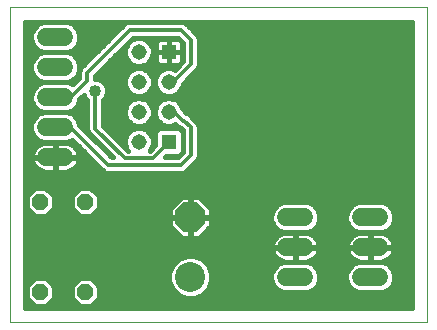
<source format=gbl>
G75*
%MOIN*%
%OFA0B0*%
%FSLAX25Y25*%
%IPPOS*%
%LPD*%
%AMOC8*
5,1,8,0,0,1.08239X$1,22.5*
%
%ADD10C,0.00000*%
%ADD11C,0.10000*%
%ADD12OC8,0.10000*%
%ADD13C,0.06000*%
%ADD14OC8,0.05200*%
%ADD15R,0.05150X0.05150*%
%ADD16C,0.05150*%
%ADD17C,0.01600*%
%ADD18C,0.01200*%
%ADD19C,0.04000*%
D10*
X0001800Y0004102D02*
X0001800Y0109063D01*
X0140501Y0109063D01*
X0140501Y0004102D01*
X0001800Y0004102D01*
D11*
X0061800Y0019102D03*
D12*
X0061800Y0039102D03*
D13*
X0093800Y0039102D02*
X0099800Y0039102D01*
X0099800Y0029102D02*
X0093800Y0029102D01*
X0093800Y0019102D02*
X0099800Y0019102D01*
X0118800Y0019102D02*
X0124800Y0019102D01*
X0124800Y0029102D02*
X0118800Y0029102D01*
X0118800Y0039102D02*
X0124800Y0039102D01*
X0019800Y0059102D02*
X0013800Y0059102D01*
X0013800Y0069102D02*
X0019800Y0069102D01*
X0019800Y0079102D02*
X0013800Y0079102D01*
X0013800Y0089102D02*
X0019800Y0089102D01*
X0019800Y0099102D02*
X0013800Y0099102D01*
D14*
X0011800Y0044102D03*
X0026800Y0044102D03*
X0026800Y0014102D03*
X0011800Y0014102D03*
D15*
X0054605Y0064161D03*
X0054605Y0094161D03*
D16*
X0044605Y0094161D03*
X0044605Y0084161D03*
X0054605Y0084161D03*
X0054605Y0074161D03*
X0044605Y0074161D03*
X0044605Y0064161D03*
D17*
X0048166Y0061252D02*
X0048483Y0061570D01*
X0049180Y0063251D01*
X0049180Y0065071D01*
X0048483Y0066753D01*
X0047197Y0068039D01*
X0045515Y0068736D01*
X0043695Y0068736D01*
X0042014Y0068039D01*
X0040727Y0066753D01*
X0040030Y0065071D01*
X0040030Y0063251D01*
X0040727Y0061570D01*
X0041044Y0061252D01*
X0041027Y0061252D01*
X0032650Y0069629D01*
X0032650Y0078145D01*
X0033441Y0078936D01*
X0034050Y0080406D01*
X0034050Y0081998D01*
X0033441Y0083468D01*
X0032316Y0084593D01*
X0030846Y0085202D01*
X0029900Y0085202D01*
X0029900Y0086175D01*
X0042677Y0098952D01*
X0057573Y0098952D01*
X0059350Y0097175D01*
X0059350Y0091079D01*
X0056570Y0088299D01*
X0055515Y0088736D01*
X0053695Y0088736D01*
X0052014Y0088039D01*
X0050727Y0086753D01*
X0050030Y0085071D01*
X0050030Y0083251D01*
X0050727Y0081570D01*
X0052014Y0080283D01*
X0053695Y0079586D01*
X0055515Y0079586D01*
X0057197Y0080283D01*
X0058483Y0081570D01*
X0059180Y0083251D01*
X0059180Y0083555D01*
X0063423Y0087798D01*
X0064154Y0088529D01*
X0064550Y0089485D01*
X0064550Y0098769D01*
X0064154Y0099725D01*
X0060854Y0103025D01*
X0060123Y0103756D01*
X0059167Y0104152D01*
X0041083Y0104152D01*
X0040127Y0103756D01*
X0025827Y0089456D01*
X0025096Y0088725D01*
X0024700Y0087769D01*
X0024700Y0085579D01*
X0022512Y0083391D01*
X0020795Y0084102D01*
X0012805Y0084102D01*
X0010968Y0083341D01*
X0009561Y0081934D01*
X0008800Y0080097D01*
X0008800Y0078107D01*
X0009561Y0076270D01*
X0010968Y0074863D01*
X0012805Y0074102D01*
X0010968Y0073341D01*
X0009561Y0071934D01*
X0008800Y0070097D01*
X0008800Y0068107D01*
X0009561Y0066270D01*
X0010968Y0064863D01*
X0012805Y0064102D01*
X0020795Y0064102D01*
X0022441Y0064784D01*
X0032977Y0054248D01*
X0033933Y0053852D01*
X0059167Y0053852D01*
X0060123Y0054248D01*
X0060854Y0054979D01*
X0064154Y0058279D01*
X0064550Y0059235D01*
X0064550Y0069619D01*
X0064154Y0070575D01*
X0063423Y0071306D01*
X0061223Y0073506D01*
X0060284Y0073895D01*
X0059180Y0074999D01*
X0059180Y0075071D01*
X0058483Y0076753D01*
X0057197Y0078039D01*
X0055515Y0078736D01*
X0053695Y0078736D01*
X0052014Y0078039D01*
X0050727Y0076753D01*
X0050030Y0075071D01*
X0050030Y0073251D01*
X0050727Y0071570D01*
X0052014Y0070283D01*
X0053695Y0069586D01*
X0055515Y0069586D01*
X0056734Y0070091D01*
X0056996Y0069829D01*
X0057727Y0069098D01*
X0058666Y0068709D01*
X0059350Y0068025D01*
X0059350Y0060829D01*
X0057573Y0059052D01*
X0053377Y0059052D01*
X0053911Y0059586D01*
X0058008Y0059586D01*
X0059180Y0060758D01*
X0059180Y0067564D01*
X0058008Y0068736D01*
X0051202Y0068736D01*
X0050030Y0067564D01*
X0050030Y0063059D01*
X0048223Y0061252D01*
X0048166Y0061252D01*
X0048932Y0062652D02*
X0049623Y0062652D01*
X0050030Y0064250D02*
X0049180Y0064250D01*
X0048858Y0065849D02*
X0050030Y0065849D01*
X0050030Y0067448D02*
X0047788Y0067448D01*
X0047197Y0070283D02*
X0045515Y0069586D01*
X0043695Y0069586D01*
X0042014Y0070283D01*
X0040727Y0071570D01*
X0040030Y0073251D01*
X0040030Y0075071D01*
X0040727Y0076753D01*
X0042014Y0078039D01*
X0043695Y0078736D01*
X0045515Y0078736D01*
X0047197Y0078039D01*
X0048483Y0076753D01*
X0049180Y0075071D01*
X0049180Y0073251D01*
X0048483Y0071570D01*
X0047197Y0070283D01*
X0047558Y0070645D02*
X0051652Y0070645D01*
X0050448Y0072243D02*
X0048762Y0072243D01*
X0049180Y0073842D02*
X0050030Y0073842D01*
X0050183Y0075440D02*
X0049027Y0075440D01*
X0048197Y0077039D02*
X0051013Y0077039D01*
X0053457Y0078637D02*
X0045754Y0078637D01*
X0045515Y0079586D02*
X0047197Y0080283D01*
X0048483Y0081570D01*
X0049180Y0083251D01*
X0049180Y0085071D01*
X0048483Y0086753D01*
X0047197Y0088039D01*
X0045515Y0088736D01*
X0043695Y0088736D01*
X0042014Y0088039D01*
X0040727Y0086753D01*
X0040030Y0085071D01*
X0040030Y0083251D01*
X0040727Y0081570D01*
X0042014Y0080283D01*
X0043695Y0079586D01*
X0045515Y0079586D01*
X0047083Y0080236D02*
X0052128Y0080236D01*
X0050617Y0081834D02*
X0048593Y0081834D01*
X0049180Y0083433D02*
X0050030Y0083433D01*
X0050030Y0085031D02*
X0049180Y0085031D01*
X0048534Y0086630D02*
X0050676Y0086630D01*
X0052469Y0088228D02*
X0046741Y0088228D01*
X0046095Y0089827D02*
X0051643Y0089827D01*
X0051793Y0089786D02*
X0054605Y0089786D01*
X0054605Y0094161D01*
X0050230Y0094161D01*
X0050230Y0091349D01*
X0050353Y0090892D01*
X0050590Y0090481D01*
X0050925Y0090146D01*
X0051336Y0089909D01*
X0051793Y0089786D01*
X0050230Y0091425D02*
X0048339Y0091425D01*
X0048483Y0091570D02*
X0049180Y0093251D01*
X0049180Y0095071D01*
X0048483Y0096753D01*
X0047197Y0098039D01*
X0045515Y0098736D01*
X0043695Y0098736D01*
X0042014Y0098039D01*
X0040727Y0096753D01*
X0040030Y0095071D01*
X0040030Y0093251D01*
X0040727Y0091570D01*
X0042014Y0090283D01*
X0043695Y0089586D01*
X0045515Y0089586D01*
X0047197Y0090283D01*
X0048483Y0091570D01*
X0049086Y0093024D02*
X0050230Y0093024D01*
X0050230Y0094161D02*
X0054605Y0094161D01*
X0054605Y0094161D01*
X0054605Y0094161D01*
X0054605Y0089786D01*
X0057417Y0089786D01*
X0057875Y0089909D01*
X0058285Y0090146D01*
X0058620Y0090481D01*
X0058857Y0090892D01*
X0058980Y0091349D01*
X0058980Y0094161D01*
X0054605Y0094161D01*
X0054605Y0098536D01*
X0051793Y0098536D01*
X0051336Y0098413D01*
X0050925Y0098176D01*
X0050590Y0097841D01*
X0050353Y0097431D01*
X0050230Y0096973D01*
X0050230Y0094161D01*
X0050230Y0094622D02*
X0049180Y0094622D01*
X0048704Y0096221D02*
X0050230Y0096221D01*
X0050577Y0097819D02*
X0047417Y0097819D01*
X0041793Y0097819D02*
X0041544Y0097819D01*
X0040506Y0096221D02*
X0039946Y0096221D01*
X0040030Y0094622D02*
X0038347Y0094622D01*
X0036749Y0093024D02*
X0040125Y0093024D01*
X0040871Y0091425D02*
X0035150Y0091425D01*
X0033552Y0089827D02*
X0043115Y0089827D01*
X0042469Y0088228D02*
X0031953Y0088228D01*
X0030355Y0086630D02*
X0040676Y0086630D01*
X0040030Y0085031D02*
X0031258Y0085031D01*
X0033456Y0083433D02*
X0040030Y0083433D01*
X0040617Y0081834D02*
X0034050Y0081834D01*
X0033979Y0080236D02*
X0042128Y0080236D01*
X0043457Y0078637D02*
X0033142Y0078637D01*
X0032650Y0077039D02*
X0041013Y0077039D01*
X0040183Y0075440D02*
X0032650Y0075440D01*
X0032650Y0073842D02*
X0040030Y0073842D01*
X0040448Y0072243D02*
X0032650Y0072243D01*
X0032650Y0070645D02*
X0041652Y0070645D01*
X0041422Y0067448D02*
X0034831Y0067448D01*
X0036430Y0065849D02*
X0040353Y0065849D01*
X0040030Y0064250D02*
X0038029Y0064250D01*
X0039627Y0062652D02*
X0040278Y0062652D01*
X0035873Y0059052D02*
X0035527Y0059052D01*
X0024800Y0069779D01*
X0024800Y0070097D01*
X0024039Y0071934D01*
X0022632Y0073341D01*
X0020795Y0074102D01*
X0012805Y0074102D01*
X0020795Y0074102D01*
X0022632Y0074863D01*
X0024039Y0076270D01*
X0024800Y0078107D01*
X0024800Y0078325D01*
X0026293Y0079819D01*
X0026659Y0078936D01*
X0027450Y0078145D01*
X0027450Y0068035D01*
X0027846Y0067079D01*
X0028577Y0066348D01*
X0028577Y0066348D01*
X0035873Y0059052D01*
X0035470Y0059455D02*
X0035124Y0059455D01*
X0033872Y0061053D02*
X0033526Y0061053D01*
X0032273Y0062652D02*
X0031927Y0062652D01*
X0030675Y0064250D02*
X0030329Y0064250D01*
X0029076Y0065849D02*
X0028730Y0065849D01*
X0027693Y0067448D02*
X0027131Y0067448D01*
X0027450Y0069046D02*
X0025533Y0069046D01*
X0024573Y0070645D02*
X0027450Y0070645D01*
X0027450Y0072243D02*
X0023730Y0072243D01*
X0021423Y0073842D02*
X0027450Y0073842D01*
X0027450Y0075440D02*
X0023209Y0075440D01*
X0024357Y0077039D02*
X0027450Y0077039D01*
X0026958Y0078637D02*
X0025112Y0078637D01*
X0022554Y0083433D02*
X0022411Y0083433D01*
X0022632Y0084863D02*
X0024039Y0086270D01*
X0024800Y0088107D01*
X0024800Y0090097D01*
X0024039Y0091934D01*
X0022632Y0093341D01*
X0020795Y0094102D01*
X0012805Y0094102D01*
X0010968Y0093341D01*
X0009561Y0091934D01*
X0008800Y0090097D01*
X0008800Y0088107D01*
X0009561Y0086270D01*
X0010968Y0084863D01*
X0012805Y0084102D01*
X0020795Y0084102D01*
X0022632Y0084863D01*
X0022800Y0085031D02*
X0024152Y0085031D01*
X0024188Y0086630D02*
X0024700Y0086630D01*
X0024800Y0088228D02*
X0024890Y0088228D01*
X0024800Y0089827D02*
X0026198Y0089827D01*
X0027796Y0091425D02*
X0024250Y0091425D01*
X0022949Y0093024D02*
X0029395Y0093024D01*
X0030993Y0094622D02*
X0022050Y0094622D01*
X0022632Y0094863D02*
X0020795Y0094102D01*
X0012805Y0094102D01*
X0010968Y0094863D01*
X0009561Y0096270D01*
X0008800Y0098107D01*
X0008800Y0100097D01*
X0009561Y0101934D01*
X0010968Y0103341D01*
X0012805Y0104102D01*
X0020795Y0104102D01*
X0022632Y0103341D01*
X0024039Y0101934D01*
X0024800Y0100097D01*
X0024800Y0098107D01*
X0024039Y0096270D01*
X0022632Y0094863D01*
X0023990Y0096221D02*
X0032592Y0096221D01*
X0034190Y0097819D02*
X0024681Y0097819D01*
X0024800Y0099418D02*
X0035789Y0099418D01*
X0037387Y0101016D02*
X0024419Y0101016D01*
X0023358Y0102615D02*
X0038986Y0102615D01*
X0054605Y0098536D02*
X0054605Y0094161D01*
X0054605Y0094161D01*
X0054605Y0094161D01*
X0058980Y0094161D01*
X0058980Y0096973D01*
X0058857Y0097431D01*
X0058620Y0097841D01*
X0058285Y0098176D01*
X0057875Y0098413D01*
X0057417Y0098536D01*
X0054605Y0098536D01*
X0054605Y0097819D02*
X0054605Y0097819D01*
X0054605Y0096221D02*
X0054605Y0096221D01*
X0054605Y0094622D02*
X0054605Y0094622D01*
X0054605Y0093024D02*
X0054605Y0093024D01*
X0054605Y0091425D02*
X0054605Y0091425D01*
X0054605Y0089827D02*
X0054605Y0089827D01*
X0057567Y0089827D02*
X0058098Y0089827D01*
X0058980Y0091425D02*
X0059350Y0091425D01*
X0059350Y0093024D02*
X0058980Y0093024D01*
X0058980Y0094622D02*
X0059350Y0094622D01*
X0059350Y0096221D02*
X0058980Y0096221D01*
X0058706Y0097819D02*
X0058633Y0097819D01*
X0062863Y0101016D02*
X0135701Y0101016D01*
X0135701Y0102615D02*
X0061264Y0102615D01*
X0064281Y0099418D02*
X0135701Y0099418D01*
X0135701Y0097819D02*
X0064550Y0097819D01*
X0064550Y0096221D02*
X0135701Y0096221D01*
X0135701Y0094622D02*
X0064550Y0094622D01*
X0064550Y0093024D02*
X0135701Y0093024D01*
X0135701Y0091425D02*
X0064550Y0091425D01*
X0064550Y0089827D02*
X0135701Y0089827D01*
X0135701Y0088228D02*
X0063853Y0088228D01*
X0062255Y0086630D02*
X0135701Y0086630D01*
X0135701Y0085031D02*
X0060656Y0085031D01*
X0059180Y0083433D02*
X0135701Y0083433D01*
X0135701Y0081834D02*
X0058593Y0081834D01*
X0057083Y0080236D02*
X0135701Y0080236D01*
X0135701Y0078637D02*
X0055754Y0078637D01*
X0058197Y0077039D02*
X0135701Y0077039D01*
X0135701Y0075440D02*
X0059027Y0075440D01*
X0060413Y0073842D02*
X0135701Y0073842D01*
X0135701Y0072243D02*
X0062486Y0072243D01*
X0064084Y0070645D02*
X0135701Y0070645D01*
X0135701Y0069046D02*
X0064550Y0069046D01*
X0064550Y0067448D02*
X0135701Y0067448D01*
X0135701Y0065849D02*
X0064550Y0065849D01*
X0064550Y0064250D02*
X0135701Y0064250D01*
X0135701Y0062652D02*
X0064550Y0062652D01*
X0064550Y0061053D02*
X0135701Y0061053D01*
X0135701Y0059455D02*
X0064550Y0059455D01*
X0063731Y0057856D02*
X0135701Y0057856D01*
X0135701Y0056258D02*
X0062133Y0056258D01*
X0060534Y0054659D02*
X0135701Y0054659D01*
X0135701Y0053061D02*
X0006600Y0053061D01*
X0006600Y0051462D02*
X0135701Y0051462D01*
X0135701Y0049864D02*
X0006600Y0049864D01*
X0006600Y0048265D02*
X0009458Y0048265D01*
X0009895Y0048702D02*
X0007200Y0046007D01*
X0007200Y0042197D01*
X0009895Y0039502D01*
X0013705Y0039502D01*
X0016400Y0042197D01*
X0016400Y0046007D01*
X0013705Y0048702D01*
X0009895Y0048702D01*
X0007859Y0046667D02*
X0006600Y0046667D01*
X0006600Y0045068D02*
X0007200Y0045068D01*
X0007200Y0043470D02*
X0006600Y0043470D01*
X0006600Y0041871D02*
X0007525Y0041871D01*
X0006600Y0040273D02*
X0009124Y0040273D01*
X0006600Y0038674D02*
X0055000Y0038674D01*
X0055000Y0038902D02*
X0055000Y0036285D01*
X0058983Y0032302D01*
X0061600Y0032302D01*
X0061600Y0038902D01*
X0062000Y0038902D01*
X0062000Y0032302D01*
X0064617Y0032302D01*
X0068600Y0036285D01*
X0068600Y0038902D01*
X0062000Y0038902D01*
X0062000Y0039302D01*
X0068600Y0039302D01*
X0068600Y0041919D01*
X0064617Y0045902D01*
X0062000Y0045902D01*
X0062000Y0039302D01*
X0061600Y0039302D01*
X0061600Y0038902D01*
X0055000Y0038902D01*
X0055000Y0039302D02*
X0061600Y0039302D01*
X0061600Y0045902D01*
X0058983Y0045902D01*
X0055000Y0041919D01*
X0055000Y0039302D01*
X0055000Y0040273D02*
X0029476Y0040273D01*
X0028705Y0039502D02*
X0031400Y0042197D01*
X0031400Y0046007D01*
X0028705Y0048702D01*
X0024895Y0048702D01*
X0022200Y0046007D01*
X0022200Y0042197D01*
X0024895Y0039502D01*
X0028705Y0039502D01*
X0031075Y0041871D02*
X0055000Y0041871D01*
X0056551Y0043470D02*
X0031400Y0043470D01*
X0031400Y0045068D02*
X0058150Y0045068D01*
X0061600Y0045068D02*
X0062000Y0045068D01*
X0062000Y0043470D02*
X0061600Y0043470D01*
X0061600Y0041871D02*
X0062000Y0041871D01*
X0062000Y0040273D02*
X0061600Y0040273D01*
X0061600Y0038674D02*
X0062000Y0038674D01*
X0062000Y0037076D02*
X0061600Y0037076D01*
X0061600Y0035477D02*
X0062000Y0035477D01*
X0062000Y0033879D02*
X0061600Y0033879D01*
X0057407Y0033879D02*
X0006600Y0033879D01*
X0006600Y0035477D02*
X0055808Y0035477D01*
X0055000Y0037076D02*
X0006600Y0037076D01*
X0006600Y0032280D02*
X0090190Y0032280D01*
X0090139Y0032229D02*
X0089695Y0031618D01*
X0089352Y0030945D01*
X0089118Y0030226D01*
X0089000Y0029480D01*
X0089000Y0029302D01*
X0096600Y0029302D01*
X0096600Y0028902D01*
X0097000Y0028902D01*
X0097000Y0024302D01*
X0100178Y0024302D01*
X0100924Y0024420D01*
X0101643Y0024654D01*
X0102316Y0024997D01*
X0102927Y0025441D01*
X0103461Y0025975D01*
X0103905Y0026586D01*
X0104248Y0027259D01*
X0104482Y0027978D01*
X0104600Y0028724D01*
X0104600Y0028902D01*
X0097000Y0028902D01*
X0097000Y0029302D01*
X0104600Y0029302D01*
X0104600Y0029480D01*
X0104482Y0030226D01*
X0104248Y0030945D01*
X0103905Y0031618D01*
X0103461Y0032229D01*
X0102927Y0032763D01*
X0102316Y0033207D01*
X0101643Y0033550D01*
X0100924Y0033784D01*
X0100178Y0033902D01*
X0097000Y0033902D01*
X0097000Y0029302D01*
X0096600Y0029302D01*
X0096600Y0033902D01*
X0093422Y0033902D01*
X0092676Y0033784D01*
X0091957Y0033550D01*
X0091284Y0033207D01*
X0090673Y0032763D01*
X0090139Y0032229D01*
X0090968Y0034863D02*
X0092805Y0034102D01*
X0100795Y0034102D01*
X0102632Y0034863D01*
X0104039Y0036270D01*
X0104800Y0038107D01*
X0104800Y0040097D01*
X0104039Y0041934D01*
X0102632Y0043341D01*
X0100795Y0044102D01*
X0092805Y0044102D01*
X0090968Y0043341D01*
X0089561Y0041934D01*
X0088800Y0040097D01*
X0088800Y0038107D01*
X0089561Y0036270D01*
X0090968Y0034863D01*
X0090354Y0035477D02*
X0067792Y0035477D01*
X0066193Y0033879D02*
X0093275Y0033879D01*
X0096600Y0033879D02*
X0097000Y0033879D01*
X0097000Y0032280D02*
X0096600Y0032280D01*
X0096600Y0030682D02*
X0097000Y0030682D01*
X0097000Y0029083D02*
X0121600Y0029083D01*
X0121600Y0028902D02*
X0114000Y0028902D01*
X0114000Y0028724D01*
X0114118Y0027978D01*
X0114352Y0027259D01*
X0114695Y0026586D01*
X0115139Y0025975D01*
X0115673Y0025441D01*
X0116284Y0024997D01*
X0116957Y0024654D01*
X0117676Y0024420D01*
X0118422Y0024302D01*
X0121600Y0024302D01*
X0121600Y0028902D01*
X0122000Y0028902D01*
X0122000Y0024302D01*
X0125178Y0024302D01*
X0125924Y0024420D01*
X0126643Y0024654D01*
X0127316Y0024997D01*
X0127927Y0025441D01*
X0128461Y0025975D01*
X0128905Y0026586D01*
X0129248Y0027259D01*
X0129482Y0027978D01*
X0129600Y0028724D01*
X0129600Y0028902D01*
X0122000Y0028902D01*
X0122000Y0029302D01*
X0129600Y0029302D01*
X0129600Y0029480D01*
X0129482Y0030226D01*
X0129248Y0030945D01*
X0128905Y0031618D01*
X0128461Y0032229D01*
X0127927Y0032763D01*
X0127316Y0033207D01*
X0126643Y0033550D01*
X0125924Y0033784D01*
X0125178Y0033902D01*
X0122000Y0033902D01*
X0122000Y0029302D01*
X0121600Y0029302D01*
X0121600Y0028902D01*
X0121600Y0029302D02*
X0114000Y0029302D01*
X0114000Y0029480D01*
X0114118Y0030226D01*
X0114352Y0030945D01*
X0114695Y0031618D01*
X0115139Y0032229D01*
X0115673Y0032763D01*
X0116284Y0033207D01*
X0116957Y0033550D01*
X0117676Y0033784D01*
X0118422Y0033902D01*
X0121600Y0033902D01*
X0121600Y0029302D01*
X0122000Y0029083D02*
X0135701Y0029083D01*
X0135701Y0030682D02*
X0129334Y0030682D01*
X0128410Y0032280D02*
X0135701Y0032280D01*
X0135701Y0033879D02*
X0125325Y0033879D01*
X0125795Y0034102D02*
X0127632Y0034863D01*
X0129039Y0036270D01*
X0129800Y0038107D01*
X0129800Y0040097D01*
X0129039Y0041934D01*
X0127632Y0043341D01*
X0125795Y0044102D01*
X0117805Y0044102D01*
X0115968Y0043341D01*
X0114561Y0041934D01*
X0113800Y0040097D01*
X0113800Y0038107D01*
X0114561Y0036270D01*
X0115968Y0034863D01*
X0117805Y0034102D01*
X0125795Y0034102D01*
X0128246Y0035477D02*
X0135701Y0035477D01*
X0135701Y0037076D02*
X0129373Y0037076D01*
X0129800Y0038674D02*
X0135701Y0038674D01*
X0135701Y0040273D02*
X0129727Y0040273D01*
X0129065Y0041871D02*
X0135701Y0041871D01*
X0135701Y0043470D02*
X0127321Y0043470D01*
X0135701Y0045068D02*
X0065450Y0045068D01*
X0067049Y0043470D02*
X0091279Y0043470D01*
X0089535Y0041871D02*
X0068600Y0041871D01*
X0068600Y0040273D02*
X0088873Y0040273D01*
X0088800Y0038674D02*
X0068600Y0038674D01*
X0068600Y0037076D02*
X0089227Y0037076D01*
X0089266Y0030682D02*
X0006600Y0030682D01*
X0006600Y0029083D02*
X0096600Y0029083D01*
X0096600Y0028902D02*
X0089000Y0028902D01*
X0089000Y0028724D01*
X0089118Y0027978D01*
X0089352Y0027259D01*
X0089695Y0026586D01*
X0090139Y0025975D01*
X0090673Y0025441D01*
X0091284Y0024997D01*
X0091957Y0024654D01*
X0092676Y0024420D01*
X0093422Y0024302D01*
X0096600Y0024302D01*
X0096600Y0028902D01*
X0096600Y0027485D02*
X0097000Y0027485D01*
X0097000Y0025886D02*
X0096600Y0025886D01*
X0092805Y0024102D02*
X0090968Y0023341D01*
X0089561Y0021934D01*
X0088800Y0020097D01*
X0088800Y0018107D01*
X0089561Y0016270D01*
X0090968Y0014863D01*
X0092805Y0014102D01*
X0100795Y0014102D01*
X0102632Y0014863D01*
X0104039Y0016270D01*
X0104800Y0018107D01*
X0104800Y0020097D01*
X0104039Y0021934D01*
X0102632Y0023341D01*
X0100795Y0024102D01*
X0092805Y0024102D01*
X0090316Y0022689D02*
X0067891Y0022689D01*
X0067734Y0023067D02*
X0065765Y0025036D01*
X0063192Y0026102D01*
X0060408Y0026102D01*
X0057835Y0025036D01*
X0055866Y0023067D01*
X0054800Y0020494D01*
X0054800Y0017710D01*
X0055866Y0015137D01*
X0057835Y0013168D01*
X0060408Y0012102D01*
X0063192Y0012102D01*
X0065765Y0013168D01*
X0067734Y0015137D01*
X0068800Y0017710D01*
X0068800Y0020494D01*
X0067734Y0023067D01*
X0066514Y0024288D02*
X0135701Y0024288D01*
X0135701Y0022689D02*
X0128284Y0022689D01*
X0127632Y0023341D02*
X0125795Y0024102D01*
X0117805Y0024102D01*
X0115968Y0023341D01*
X0114561Y0021934D01*
X0113800Y0020097D01*
X0113800Y0018107D01*
X0114561Y0016270D01*
X0115968Y0014863D01*
X0117805Y0014102D01*
X0125795Y0014102D01*
X0127632Y0014863D01*
X0129039Y0016270D01*
X0129800Y0018107D01*
X0129800Y0020097D01*
X0129039Y0021934D01*
X0127632Y0023341D01*
X0128372Y0025886D02*
X0135701Y0025886D01*
X0135701Y0027485D02*
X0129321Y0027485D01*
X0129388Y0021091D02*
X0135701Y0021091D01*
X0135701Y0019492D02*
X0129800Y0019492D01*
X0129711Y0017894D02*
X0135701Y0017894D01*
X0135701Y0016295D02*
X0129049Y0016295D01*
X0127230Y0014697D02*
X0135701Y0014697D01*
X0135701Y0013098D02*
X0065597Y0013098D01*
X0067294Y0014697D02*
X0091370Y0014697D01*
X0089551Y0016295D02*
X0068214Y0016295D01*
X0068800Y0017894D02*
X0088889Y0017894D01*
X0088800Y0019492D02*
X0068800Y0019492D01*
X0068553Y0021091D02*
X0089212Y0021091D01*
X0090228Y0025886D02*
X0063713Y0025886D01*
X0059887Y0025886D02*
X0006600Y0025886D01*
X0006600Y0027485D02*
X0089278Y0027485D01*
X0100325Y0033879D02*
X0118275Y0033879D01*
X0121600Y0033879D02*
X0122000Y0033879D01*
X0122000Y0032280D02*
X0121600Y0032280D01*
X0121600Y0030682D02*
X0122000Y0030682D01*
X0122000Y0027485D02*
X0121600Y0027485D01*
X0121600Y0025886D02*
X0122000Y0025886D01*
X0115228Y0025886D02*
X0103372Y0025886D01*
X0104321Y0027485D02*
X0114278Y0027485D01*
X0114266Y0030682D02*
X0104334Y0030682D01*
X0103410Y0032280D02*
X0115190Y0032280D01*
X0115354Y0035477D02*
X0103246Y0035477D01*
X0104373Y0037076D02*
X0114227Y0037076D01*
X0113800Y0038674D02*
X0104800Y0038674D01*
X0104727Y0040273D02*
X0113873Y0040273D01*
X0114535Y0041871D02*
X0104065Y0041871D01*
X0102321Y0043470D02*
X0116279Y0043470D01*
X0135701Y0046667D02*
X0030741Y0046667D01*
X0029142Y0048265D02*
X0135701Y0048265D01*
X0115316Y0022689D02*
X0103284Y0022689D01*
X0104388Y0021091D02*
X0114212Y0021091D01*
X0113800Y0019492D02*
X0104800Y0019492D01*
X0104711Y0017894D02*
X0113889Y0017894D01*
X0114551Y0016295D02*
X0104049Y0016295D01*
X0102230Y0014697D02*
X0116370Y0014697D01*
X0135701Y0011500D02*
X0030703Y0011500D01*
X0031400Y0012197D02*
X0028705Y0009502D01*
X0024895Y0009502D01*
X0022200Y0012197D01*
X0022200Y0016007D01*
X0024895Y0018702D01*
X0028705Y0018702D01*
X0031400Y0016007D01*
X0031400Y0012197D01*
X0031400Y0013098D02*
X0058003Y0013098D01*
X0056306Y0014697D02*
X0031400Y0014697D01*
X0031112Y0016295D02*
X0055386Y0016295D01*
X0054800Y0017894D02*
X0029514Y0017894D01*
X0024086Y0017894D02*
X0014514Y0017894D01*
X0013705Y0018702D02*
X0009895Y0018702D01*
X0007200Y0016007D01*
X0007200Y0012197D01*
X0009895Y0009502D01*
X0013705Y0009502D01*
X0016400Y0012197D01*
X0016400Y0016007D01*
X0013705Y0018702D01*
X0016112Y0016295D02*
X0022488Y0016295D01*
X0022200Y0014697D02*
X0016400Y0014697D01*
X0016400Y0013098D02*
X0022200Y0013098D01*
X0022897Y0011500D02*
X0015703Y0011500D01*
X0014104Y0009901D02*
X0024496Y0009901D01*
X0029104Y0009901D02*
X0135701Y0009901D01*
X0135701Y0008902D02*
X0135701Y0104263D01*
X0006600Y0104263D01*
X0006600Y0008902D01*
X0135701Y0008902D01*
X0059350Y0061053D02*
X0059180Y0061053D01*
X0059180Y0062652D02*
X0059350Y0062652D01*
X0059350Y0064250D02*
X0059180Y0064250D01*
X0059180Y0065849D02*
X0059350Y0065849D01*
X0059350Y0067448D02*
X0059180Y0067448D01*
X0057852Y0069046D02*
X0033233Y0069046D01*
X0024573Y0062652D02*
X0023038Y0062652D01*
X0022927Y0062763D02*
X0022316Y0063207D01*
X0021643Y0063550D01*
X0020924Y0063784D01*
X0020178Y0063902D01*
X0017000Y0063902D01*
X0017000Y0059302D01*
X0024600Y0059302D01*
X0024600Y0059480D01*
X0024482Y0060226D01*
X0024248Y0060945D01*
X0023905Y0061618D01*
X0023461Y0062229D01*
X0022927Y0062763D01*
X0022975Y0064250D02*
X0021153Y0064250D01*
X0024193Y0061053D02*
X0026172Y0061053D01*
X0024600Y0059455D02*
X0027770Y0059455D01*
X0029369Y0057856D02*
X0024442Y0057856D01*
X0024482Y0057978D02*
X0024600Y0058724D01*
X0024600Y0058902D01*
X0017000Y0058902D01*
X0017000Y0054302D01*
X0020178Y0054302D01*
X0020924Y0054420D01*
X0021643Y0054654D01*
X0022316Y0054997D01*
X0022927Y0055441D01*
X0023461Y0055975D01*
X0023905Y0056586D01*
X0024248Y0057259D01*
X0024482Y0057978D01*
X0023667Y0056258D02*
X0030967Y0056258D01*
X0032566Y0054659D02*
X0021654Y0054659D01*
X0017000Y0054659D02*
X0016600Y0054659D01*
X0016600Y0054302D02*
X0016600Y0058902D01*
X0017000Y0058902D01*
X0017000Y0059302D01*
X0016600Y0059302D01*
X0016600Y0058902D01*
X0009000Y0058902D01*
X0009000Y0058724D01*
X0009118Y0057978D01*
X0009352Y0057259D01*
X0009695Y0056586D01*
X0010139Y0055975D01*
X0010673Y0055441D01*
X0011284Y0054997D01*
X0011957Y0054654D01*
X0012676Y0054420D01*
X0013422Y0054302D01*
X0016600Y0054302D01*
X0016600Y0056258D02*
X0017000Y0056258D01*
X0017000Y0057856D02*
X0016600Y0057856D01*
X0016600Y0059302D02*
X0009000Y0059302D01*
X0009000Y0059480D01*
X0009118Y0060226D01*
X0009352Y0060945D01*
X0009695Y0061618D01*
X0010139Y0062229D01*
X0010673Y0062763D01*
X0011284Y0063207D01*
X0011957Y0063550D01*
X0012676Y0063784D01*
X0013422Y0063902D01*
X0016600Y0063902D01*
X0016600Y0059302D01*
X0016600Y0059455D02*
X0017000Y0059455D01*
X0017000Y0061053D02*
X0016600Y0061053D01*
X0016600Y0062652D02*
X0017000Y0062652D01*
X0012447Y0064250D02*
X0006600Y0064250D01*
X0006600Y0062652D02*
X0010562Y0062652D01*
X0009407Y0061053D02*
X0006600Y0061053D01*
X0006600Y0059455D02*
X0009000Y0059455D01*
X0009158Y0057856D02*
X0006600Y0057856D01*
X0006600Y0056258D02*
X0009933Y0056258D01*
X0011946Y0054659D02*
X0006600Y0054659D01*
X0014142Y0048265D02*
X0024458Y0048265D01*
X0022859Y0046667D02*
X0015741Y0046667D01*
X0016400Y0045068D02*
X0022200Y0045068D01*
X0022200Y0043470D02*
X0016400Y0043470D01*
X0016075Y0041871D02*
X0022525Y0041871D01*
X0024124Y0040273D02*
X0014476Y0040273D01*
X0006600Y0024288D02*
X0057086Y0024288D01*
X0055709Y0022689D02*
X0006600Y0022689D01*
X0006600Y0021091D02*
X0055047Y0021091D01*
X0054800Y0019492D02*
X0006600Y0019492D01*
X0006600Y0017894D02*
X0009086Y0017894D01*
X0007488Y0016295D02*
X0006600Y0016295D01*
X0006600Y0014697D02*
X0007200Y0014697D01*
X0007200Y0013098D02*
X0006600Y0013098D01*
X0006600Y0011500D02*
X0007897Y0011500D01*
X0006600Y0009901D02*
X0009496Y0009901D01*
X0053780Y0059455D02*
X0057976Y0059455D01*
X0012177Y0073842D02*
X0006600Y0073842D01*
X0006600Y0072243D02*
X0009870Y0072243D01*
X0009027Y0070645D02*
X0006600Y0070645D01*
X0006600Y0069046D02*
X0008800Y0069046D01*
X0009073Y0067448D02*
X0006600Y0067448D01*
X0006600Y0065849D02*
X0009982Y0065849D01*
X0010391Y0075440D02*
X0006600Y0075440D01*
X0006600Y0077039D02*
X0009243Y0077039D01*
X0008800Y0078637D02*
X0006600Y0078637D01*
X0006600Y0080236D02*
X0008858Y0080236D01*
X0009520Y0081834D02*
X0006600Y0081834D01*
X0006600Y0083433D02*
X0011189Y0083433D01*
X0010800Y0085031D02*
X0006600Y0085031D01*
X0006600Y0086630D02*
X0009412Y0086630D01*
X0008800Y0088228D02*
X0006600Y0088228D01*
X0006600Y0089827D02*
X0008800Y0089827D01*
X0009350Y0091425D02*
X0006600Y0091425D01*
X0006600Y0093024D02*
X0010651Y0093024D01*
X0011550Y0094622D02*
X0006600Y0094622D01*
X0006600Y0096221D02*
X0009610Y0096221D01*
X0008919Y0097819D02*
X0006600Y0097819D01*
X0006600Y0099418D02*
X0008800Y0099418D01*
X0009181Y0101016D02*
X0006600Y0101016D01*
X0006600Y0102615D02*
X0010242Y0102615D01*
X0006600Y0104213D02*
X0135701Y0104213D01*
D18*
X0061950Y0098252D02*
X0061950Y0090002D01*
X0056450Y0084502D01*
X0054800Y0084502D01*
X0054605Y0084161D01*
X0054605Y0074161D02*
X0054800Y0074052D01*
X0056450Y0074052D01*
X0059200Y0071302D01*
X0059750Y0071302D01*
X0061950Y0069102D01*
X0061950Y0059752D01*
X0058650Y0056452D01*
X0034450Y0056452D01*
X0021800Y0069102D01*
X0016800Y0069102D01*
X0016800Y0079102D02*
X0016850Y0079552D01*
X0022350Y0079552D01*
X0027300Y0084502D01*
X0027300Y0087252D01*
X0041600Y0101552D01*
X0058650Y0101552D01*
X0061950Y0098252D01*
X0030050Y0081202D02*
X0030050Y0068552D01*
X0039950Y0058652D01*
X0049300Y0058652D01*
X0053150Y0062502D01*
X0053150Y0063052D01*
X0054250Y0064152D01*
X0054605Y0064161D01*
D19*
X0030050Y0081202D03*
M02*

</source>
